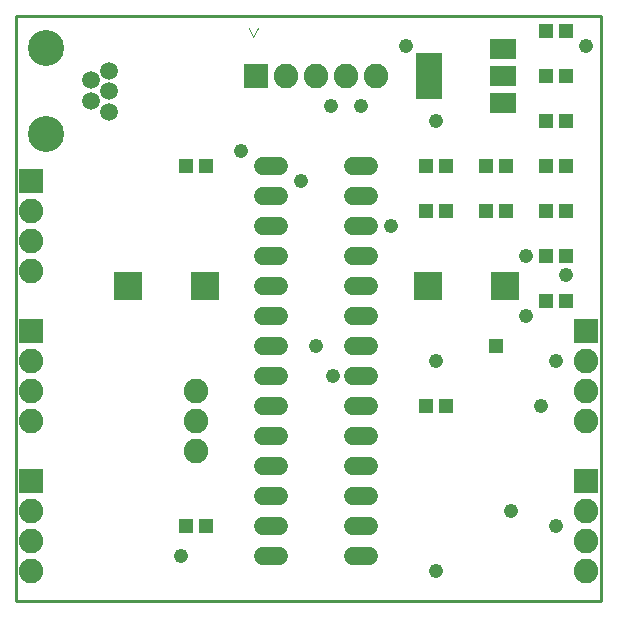
<source format=gts>
G75*
G70*
%OFA0B0*%
%FSLAX24Y24*%
%IPPOS*%
%LPD*%
%AMOC8*
5,1,8,0,0,1.08239X$1,22.5*
%
%ADD10C,0.0100*%
%ADD11C,0.0040*%
%ADD12C,0.0600*%
%ADD13R,0.0867X0.0671*%
%ADD14R,0.0867X0.1576*%
%ADD15R,0.0513X0.0513*%
%ADD16R,0.0513X0.0474*%
%ADD17R,0.0474X0.0513*%
%ADD18R,0.0966X0.0966*%
%ADD19R,0.0820X0.0820*%
%ADD20C,0.0820*%
%ADD21C,0.0595*%
%ADD22C,0.1202*%
%ADD23C,0.0476*%
%ADD24R,0.0476X0.0476*%
D10*
X002681Y002681D02*
X022181Y002681D01*
X022181Y022181D01*
X002681Y022181D01*
X002681Y002681D01*
D11*
X010581Y021465D02*
X010735Y021772D01*
X010428Y021772D02*
X010581Y021465D01*
D12*
X010921Y017181D02*
X011441Y017181D01*
X011441Y016181D02*
X010921Y016181D01*
X010921Y015181D02*
X011441Y015181D01*
X011441Y014181D02*
X010921Y014181D01*
X010921Y013181D02*
X011441Y013181D01*
X011441Y012181D02*
X010921Y012181D01*
X010921Y011181D02*
X011441Y011181D01*
X011441Y010181D02*
X010921Y010181D01*
X010921Y009181D02*
X011441Y009181D01*
X011441Y008181D02*
X010921Y008181D01*
X010921Y007181D02*
X011441Y007181D01*
X011441Y006181D02*
X010921Y006181D01*
X010921Y005181D02*
X011441Y005181D01*
X011441Y004181D02*
X010921Y004181D01*
X013921Y004181D02*
X014441Y004181D01*
X014441Y005181D02*
X013921Y005181D01*
X013921Y006181D02*
X014441Y006181D01*
X014441Y007181D02*
X013921Y007181D01*
X013921Y008181D02*
X014441Y008181D01*
X014441Y009181D02*
X013921Y009181D01*
X013921Y010181D02*
X014441Y010181D01*
X014441Y011181D02*
X013921Y011181D01*
X013921Y012181D02*
X014441Y012181D01*
X014441Y013181D02*
X013921Y013181D01*
X013921Y014181D02*
X014441Y014181D01*
X014441Y015181D02*
X013921Y015181D01*
X013921Y016181D02*
X014441Y016181D01*
X014441Y017181D02*
X013921Y017181D01*
D13*
X018921Y019275D03*
X018921Y020181D03*
X018921Y021086D03*
D14*
X016441Y020181D03*
D15*
X016346Y017181D03*
X017016Y017181D03*
X020346Y017181D03*
X021016Y017181D03*
X021016Y015681D03*
X020346Y015681D03*
X020346Y014181D03*
X021016Y014181D03*
X021016Y018681D03*
X020346Y018681D03*
X020346Y021681D03*
X021016Y021681D03*
X009016Y005181D03*
X008346Y005181D03*
D16*
X016346Y009181D03*
X017016Y009181D03*
X020346Y020181D03*
X021016Y020181D03*
D17*
X019016Y017181D03*
X018346Y017181D03*
X018346Y015681D03*
X019016Y015681D03*
X017016Y015681D03*
X016346Y015681D03*
X020346Y012681D03*
X021016Y012681D03*
X009016Y017181D03*
X008346Y017181D03*
D18*
X008960Y013181D03*
X006401Y013181D03*
X016401Y013181D03*
X018960Y013181D03*
D19*
X021681Y011681D03*
X021681Y006681D03*
X010681Y020181D03*
X003181Y016681D03*
X003181Y011681D03*
X003181Y006681D03*
D20*
X003181Y005681D03*
X003181Y004681D03*
X003181Y003681D03*
X003181Y008681D03*
X003181Y009681D03*
X003181Y010681D03*
X003181Y013681D03*
X003181Y014681D03*
X003181Y015681D03*
X008681Y009681D03*
X008681Y008681D03*
X008681Y007681D03*
X011681Y020181D03*
X012681Y020181D03*
X013681Y020181D03*
X014681Y020181D03*
X021681Y010681D03*
X021681Y009681D03*
X021681Y008681D03*
X021681Y005681D03*
X021681Y004681D03*
X021681Y003681D03*
D21*
X005781Y018981D03*
X005781Y019681D03*
X005781Y020351D03*
X005161Y020041D03*
X005161Y019351D03*
D22*
X003681Y018244D03*
X003681Y021118D03*
D23*
X010181Y017681D03*
X012181Y016681D03*
X013181Y019181D03*
X014181Y019181D03*
X015681Y021181D03*
X016681Y018681D03*
X015181Y015181D03*
X012681Y011181D03*
X013254Y010181D03*
X016681Y010681D03*
X019681Y012181D03*
X021017Y013534D03*
X019681Y014181D03*
X020681Y010681D03*
X020181Y009181D03*
X019181Y005681D03*
X020681Y005181D03*
X016681Y003681D03*
X008181Y004181D03*
X021681Y021181D03*
D24*
X018681Y011181D03*
M02*

</source>
